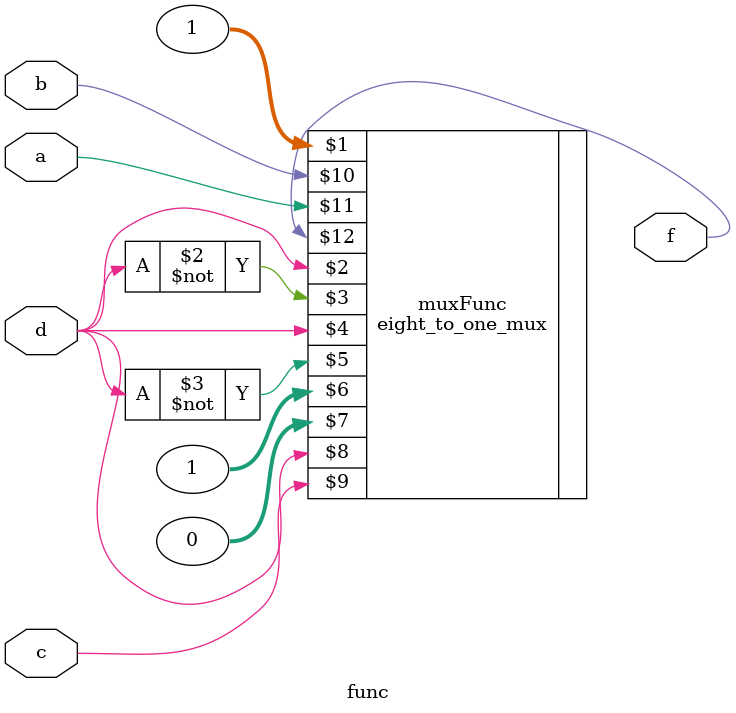
<source format=sv>
module func(input logic a, b, c, d, output logic f);

	eight_to_one_mux muxFunc(1, d, ~d, d, ~d, 1, 0, d, c, b, a, f);

endmodule
</source>
